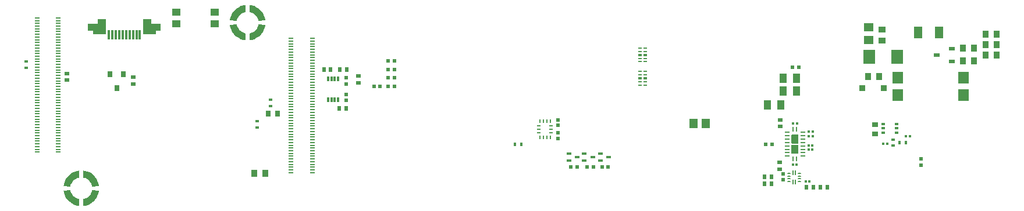
<source format=gbp>
G04*
G04 #@! TF.GenerationSoftware,Altium Limited,Altium Designer,23.1.1 (15)*
G04*
G04 Layer_Color=3093212*
%FSLAX44Y44*%
%MOMM*%
G71*
G04*
G04 #@! TF.SameCoordinates,03DFEA06-7725-4F31-8274-88B02C87C088*
G04*
G04*
G04 #@! TF.FilePolarity,Positive*
G04*
G01*
G75*
%ADD19R,1.2000X1.0000*%
%ADD21R,0.9000X1.0000*%
%ADD27R,0.5200X0.5200*%
%ADD28R,0.7000X0.9000*%
%ADD29R,0.5500X0.4500*%
%ADD30R,0.6500X0.5500*%
%ADD33R,0.3600X0.3200*%
%ADD34R,0.4500X0.5500*%
%ADD35R,0.6200X0.6200*%
G04:AMPARAMS|DCode=40|XSize=0.2mm|YSize=0.565mm|CornerRadius=0.05mm|HoleSize=0mm|Usage=FLASHONLY|Rotation=90.000|XOffset=0mm|YOffset=0mm|HoleType=Round|Shape=RoundedRectangle|*
%AMROUNDEDRECTD40*
21,1,0.2000,0.4650,0,0,90.0*
21,1,0.1000,0.5650,0,0,90.0*
1,1,0.1000,0.2325,0.0500*
1,1,0.1000,0.2325,-0.0500*
1,1,0.1000,-0.2325,-0.0500*
1,1,0.1000,-0.2325,0.0500*
%
%ADD40ROUNDEDRECTD40*%
G04:AMPARAMS|DCode=41|XSize=0.4mm|YSize=0.565mm|CornerRadius=0.05mm|HoleSize=0mm|Usage=FLASHONLY|Rotation=90.000|XOffset=0mm|YOffset=0mm|HoleType=Round|Shape=RoundedRectangle|*
%AMROUNDEDRECTD41*
21,1,0.4000,0.4650,0,0,90.0*
21,1,0.3000,0.5650,0,0,90.0*
1,1,0.1000,0.2325,0.1500*
1,1,0.1000,0.2325,-0.1500*
1,1,0.1000,-0.2325,-0.1500*
1,1,0.1000,-0.2325,0.1500*
%
%ADD41ROUNDEDRECTD41*%
%ADD43R,1.0000X0.9000*%
%ADD44R,1.4500X1.1500*%
%ADD53R,1.0500X1.4000*%
%ADD57R,0.6200X0.6200*%
%ADD58R,1.1500X1.8000*%
%ADD59R,0.9000X0.7000*%
%ADD64R,0.5500X0.6500*%
%ADD206R,0.8000X0.9000*%
%ADD207R,0.7100X0.3000*%
%ADD208R,0.5000X0.4000*%
%ADD209R,0.7000X0.1800*%
G04:AMPARAMS|DCode=210|XSize=0.2mm|YSize=0.7mm|CornerRadius=0.05mm|HoleSize=0mm|Usage=FLASHONLY|Rotation=180.000|XOffset=0mm|YOffset=0mm|HoleType=Round|Shape=RoundedRectangle|*
%AMROUNDEDRECTD210*
21,1,0.2000,0.6000,0,0,180.0*
21,1,0.1000,0.7000,0,0,180.0*
1,1,0.1000,-0.0500,0.3000*
1,1,0.1000,0.0500,0.3000*
1,1,0.1000,0.0500,-0.3000*
1,1,0.1000,-0.0500,-0.3000*
%
%ADD210ROUNDEDRECTD210*%
G04:AMPARAMS|DCode=211|XSize=0.2mm|YSize=0.5mm|CornerRadius=0.05mm|HoleSize=0mm|Usage=FLASHONLY|Rotation=90.000|XOffset=0mm|YOffset=0mm|HoleType=Round|Shape=RoundedRectangle|*
%AMROUNDEDRECTD211*
21,1,0.2000,0.4000,0,0,90.0*
21,1,0.1000,0.5000,0,0,90.0*
1,1,0.1000,0.2000,0.0500*
1,1,0.1000,0.2000,-0.0500*
1,1,0.1000,-0.2000,-0.0500*
1,1,0.1000,-0.2000,0.0500*
%
%ADD211ROUNDEDRECTD211*%
G04:AMPARAMS|DCode=212|XSize=0.25mm|YSize=0.6mm|CornerRadius=0.025mm|HoleSize=0mm|Usage=FLASHONLY|Rotation=270.000|XOffset=0mm|YOffset=0mm|HoleType=Round|Shape=RoundedRectangle|*
%AMROUNDEDRECTD212*
21,1,0.2500,0.5500,0,0,270.0*
21,1,0.2000,0.6000,0,0,270.0*
1,1,0.0500,-0.2750,-0.1000*
1,1,0.0500,-0.2750,0.1000*
1,1,0.0500,0.2750,0.1000*
1,1,0.0500,0.2750,-0.1000*
%
%ADD212ROUNDEDRECTD212*%
G04:AMPARAMS|DCode=213|XSize=0.25mm|YSize=0.6mm|CornerRadius=0.025mm|HoleSize=0mm|Usage=FLASHONLY|Rotation=0.000|XOffset=0mm|YOffset=0mm|HoleType=Round|Shape=RoundedRectangle|*
%AMROUNDEDRECTD213*
21,1,0.2500,0.5500,0,0,0.0*
21,1,0.2000,0.6000,0,0,0.0*
1,1,0.0500,0.1000,-0.2750*
1,1,0.0500,-0.1000,-0.2750*
1,1,0.0500,-0.1000,0.2750*
1,1,0.0500,0.1000,0.2750*
%
%ADD213ROUNDEDRECTD213*%
%ADD215R,0.5500X0.5500*%
%ADD216R,0.6000X0.5500*%
%ADD217R,1.1500X1.4500*%
%ADD218R,0.9000X0.9500*%
%ADD219R,1.5200X1.7800*%
%ADD220R,1.7780X2.1590*%
G04:AMPARAMS|DCode=221|XSize=0.55mm|YSize=0.8mm|CornerRadius=0.0495mm|HoleSize=0mm|Usage=FLASHONLY|Rotation=90.000|XOffset=0mm|YOffset=0mm|HoleType=Round|Shape=RoundedRectangle|*
%AMROUNDEDRECTD221*
21,1,0.5500,0.7010,0,0,90.0*
21,1,0.4510,0.8000,0,0,90.0*
1,1,0.0990,0.3505,0.2255*
1,1,0.0990,0.3505,-0.2255*
1,1,0.0990,-0.3505,-0.2255*
1,1,0.0990,-0.3505,0.2255*
%
%ADD221ROUNDEDRECTD221*%
%ADD222R,0.3000X0.8000*%
%ADD223R,0.4750X0.2500*%
%ADD224R,0.2500X0.4750*%
%ADD225R,0.3050X1.4050*%
%ADD226R,1.0000X1.0000*%
%ADD228R,1.2500X2.3000*%
%ADD229R,2.6500X1.1000*%
%ADD230R,1.9500X1.6000*%
G36*
X221258Y405866D02*
X220065Y405608D01*
X217753Y404823D01*
X215588Y403696D01*
X213619Y402252D01*
X211893Y400526D01*
X210450Y398558D01*
X209322Y396392D01*
X208538Y394081D01*
X208280Y392887D01*
X198230Y393277D01*
X198494Y395421D01*
X199721Y399565D01*
X201615Y403448D01*
X204124Y406966D01*
X207180Y410021D01*
X210697Y412530D01*
X214581Y414424D01*
X218724Y415652D01*
X220868Y415915D01*
X220868D01*
X221258Y405866D01*
D02*
G37*
G36*
X229350Y415652D02*
X233493Y414424D01*
X237376Y412530D01*
X240894Y410021D01*
X243949Y406966D01*
X246458Y403448D01*
X248353Y399565D01*
X249580Y395421D01*
X249843Y393277D01*
X239794Y392887D01*
X239536Y394081D01*
X238751Y396392D01*
X237624Y398558D01*
X236181Y400526D01*
X234454Y402252D01*
X232486Y403696D01*
X230321Y404823D01*
X228009Y405608D01*
X226815Y405866D01*
X226815D01*
X227205Y415915D01*
X229350Y415652D01*
D02*
G37*
G36*
X208280Y392887D02*
X208280Y392887D01*
Y392887D01*
X208280D01*
D02*
G37*
G36*
X208538Y386136D02*
X209322Y383825D01*
X210450Y381660D01*
X211893Y379691D01*
X213619Y377965D01*
X215588Y376521D01*
X217753Y375394D01*
X220065Y374609D01*
X221258Y374352D01*
Y374352D01*
Y374352D01*
D01*
X220868Y364302D01*
X218724Y364566D01*
X214581Y365793D01*
X210697Y367687D01*
X207180Y370196D01*
X204124Y373251D01*
X201615Y376769D01*
X199721Y380653D01*
X198494Y384796D01*
X198230Y386940D01*
X198231Y386940D01*
X208280Y387330D01*
X208538Y386136D01*
D02*
G37*
G36*
X249843Y386940D02*
X249580Y384796D01*
X248353Y380653D01*
X246458Y376769D01*
X243949Y373251D01*
X240894Y370196D01*
X237376Y367687D01*
X233493Y365793D01*
X229350Y364566D01*
X227205Y364302D01*
Y364302D01*
X226815Y374352D01*
X228009Y374609D01*
X230321Y375394D01*
X232486Y376521D01*
X234454Y377965D01*
X236181Y379691D01*
X237624Y381660D01*
X238751Y383825D01*
X239536Y386136D01*
X239794Y387330D01*
X249843Y386940D01*
D02*
G37*
G36*
X1024976Y226421D02*
X1025258Y226140D01*
X1025410Y225772D01*
Y225574D01*
Y214573D01*
Y214375D01*
X1025258Y214007D01*
X1024976Y213726D01*
X1024609Y213573D01*
X1016211D01*
X1015844Y213726D01*
X1015562Y214007D01*
X1015410Y214375D01*
Y214573D01*
Y225574D01*
Y225772D01*
X1015562Y226140D01*
X1015844Y226421D01*
X1016211Y226574D01*
X1024609D01*
X1024976Y226421D01*
D02*
G37*
G36*
Y211421D02*
X1025258Y211140D01*
X1025410Y210772D01*
Y210574D01*
Y199573D01*
Y199375D01*
X1025258Y199007D01*
X1024976Y198726D01*
X1024609Y198573D01*
X1016211D01*
X1015844Y198726D01*
X1015562Y199007D01*
X1015410Y199375D01*
Y199573D01*
Y210574D01*
Y210772D01*
X1015562Y211140D01*
X1015844Y211421D01*
X1016211Y211574D01*
X1024609D01*
X1024976Y211421D01*
D02*
G37*
G36*
X-20742Y163866D02*
X-21936Y163608D01*
X-24247Y162823D01*
X-26412Y161696D01*
X-28381Y160252D01*
X-30107Y158526D01*
X-31551Y156558D01*
X-32678Y154392D01*
X-33462Y152081D01*
X-33720Y150887D01*
X-43769Y151277D01*
X-43506Y153421D01*
X-42279Y157564D01*
X-40385Y161448D01*
X-37876Y164966D01*
X-34820Y168021D01*
X-31303Y170530D01*
X-27419Y172424D01*
X-23276Y173652D01*
X-21132Y173915D01*
X-21132D01*
X-20742Y163866D01*
D02*
G37*
G36*
X-12650Y173652D02*
X-8507Y172424D01*
X-4624Y170530D01*
X-1106Y168021D01*
X1949Y164966D01*
X4458Y161448D01*
X6352Y157564D01*
X7580Y153421D01*
X7843Y151277D01*
X-2206Y150887D01*
X-2464Y152081D01*
X-3249Y154392D01*
X-4376Y156558D01*
X-5819Y158526D01*
X-7546Y160252D01*
X-9514Y161696D01*
X-11679Y162823D01*
X-13991Y163608D01*
X-15185Y163866D01*
X-15185D01*
X-14795Y173915D01*
X-12650Y173652D01*
D02*
G37*
G36*
X-33720Y150887D02*
X-33720Y150887D01*
Y150887D01*
X-33720D01*
D02*
G37*
G36*
X-33462Y144136D02*
X-32678Y141825D01*
X-31551Y139660D01*
X-30107Y137691D01*
X-28381Y135965D01*
X-26412Y134521D01*
X-24247Y133394D01*
X-21936Y132610D01*
X-20742Y132352D01*
Y132352D01*
Y132352D01*
D01*
X-21132Y122302D01*
X-23276Y122566D01*
X-27419Y123793D01*
X-31303Y125687D01*
X-34820Y128196D01*
X-37876Y131251D01*
X-40385Y134769D01*
X-42279Y138653D01*
X-43506Y142796D01*
X-43769Y144940D01*
X-43769Y144940D01*
X-33720Y145330D01*
X-33462Y144136D01*
D02*
G37*
G36*
X7843Y144940D02*
X7580Y142796D01*
X6352Y138653D01*
X4458Y134769D01*
X1949Y131251D01*
X-1106Y128196D01*
X-4624Y125687D01*
X-8507Y123793D01*
X-12650Y122566D01*
X-14795Y122302D01*
Y122302D01*
X-15185Y132352D01*
X-13991Y132610D01*
X-11679Y133394D01*
X-9514Y134521D01*
X-7546Y135965D01*
X-5819Y137691D01*
X-4376Y139660D01*
X-3249Y141825D01*
X-2464Y144136D01*
X-2206Y145330D01*
X7843Y144940D01*
D02*
G37*
D19*
X120336Y405756D02*
D03*
Y388756D02*
D03*
X176336Y405756D02*
D03*
Y388756D02*
D03*
D21*
X1280958Y352500D02*
D03*
X1264958D02*
D03*
X1298000Y358000D02*
D03*
X1314000D02*
D03*
X1314000Y343000D02*
D03*
X1298000D02*
D03*
X1142891Y311750D02*
D03*
X1126891D02*
D03*
X1314000Y373000D02*
D03*
X1298000D02*
D03*
X1280958Y334000D02*
D03*
X1264958D02*
D03*
X234000Y170100D02*
D03*
X250000D02*
D03*
D27*
X1003175Y161073D02*
D03*
Y169073D02*
D03*
X676000Y221000D02*
D03*
Y229000D02*
D03*
Y240000D02*
D03*
Y248000D02*
D03*
D28*
X254000Y257000D02*
D03*
X268000D02*
D03*
D29*
X237744Y236872D02*
D03*
Y245872D02*
D03*
X257118Y277478D02*
D03*
Y268478D02*
D03*
X1163208Y210500D02*
D03*
Y219500D02*
D03*
X-98044Y324176D02*
D03*
Y333176D02*
D03*
D30*
X-39116Y305896D02*
D03*
Y315896D02*
D03*
X999120Y238225D02*
D03*
Y248225D02*
D03*
X997860Y176273D02*
D03*
Y186273D02*
D03*
X57510Y300639D02*
D03*
Y310639D02*
D03*
X385000Y312000D02*
D03*
Y302000D02*
D03*
D33*
X1154800Y213360D02*
D03*
X1149200D02*
D03*
X1182399Y224000D02*
D03*
X1187999D02*
D03*
X1036200Y158114D02*
D03*
X1041800D02*
D03*
X1017610Y182274D02*
D03*
X1023210D02*
D03*
X1046010Y204520D02*
D03*
X1040410D02*
D03*
X1046010Y210520D02*
D03*
X1040410D02*
D03*
X1046210Y224570D02*
D03*
X1040610D02*
D03*
X1017747Y243000D02*
D03*
X1023347D02*
D03*
X1040710Y231000D02*
D03*
X1046310D02*
D03*
D34*
X622278Y212537D02*
D03*
X613278D02*
D03*
X1172790Y215102D02*
D03*
X1181790D02*
D03*
D35*
X987000Y212000D02*
D03*
X978000D02*
D03*
X1026033Y325000D02*
D03*
X1017033D02*
D03*
X428803Y333824D02*
D03*
X437803D02*
D03*
X437803Y297010D02*
D03*
X428803D02*
D03*
X428774Y309398D02*
D03*
X437774D02*
D03*
X428774Y321918D02*
D03*
X437774D02*
D03*
X407803Y297010D02*
D03*
X416803D02*
D03*
D40*
X794650Y299000D02*
D03*
Y304000D02*
D03*
Y314000D02*
D03*
Y319000D02*
D03*
X803000D02*
D03*
Y314000D02*
D03*
Y304000D02*
D03*
Y299000D02*
D03*
Y333000D02*
D03*
Y338000D02*
D03*
Y348000D02*
D03*
Y353000D02*
D03*
X794650D02*
D03*
Y348000D02*
D03*
Y338000D02*
D03*
Y333000D02*
D03*
D41*
Y309000D02*
D03*
X803000D02*
D03*
Y343000D02*
D03*
X794650D02*
D03*
D43*
X1146891Y364000D02*
D03*
Y380000D02*
D03*
D44*
X1127891Y383000D02*
D03*
Y365000D02*
D03*
D53*
X1003533Y290000D02*
D03*
X1022533D02*
D03*
X1003533Y309000D02*
D03*
X1022533D02*
D03*
X980533Y270000D02*
D03*
X999533D02*
D03*
D57*
X1203876Y182190D02*
D03*
Y191190D02*
D03*
X367470Y300398D02*
D03*
Y309398D02*
D03*
X367470Y285398D02*
D03*
Y276398D02*
D03*
D58*
X1199891Y376000D02*
D03*
X1229891D02*
D03*
D59*
X1137158Y227212D02*
D03*
Y241212D02*
D03*
D64*
X976114Y164973D02*
D03*
X986114D02*
D03*
X976114Y154473D02*
D03*
X986114D02*
D03*
X1037290Y149500D02*
D03*
X1047290D02*
D03*
X1057750Y149750D02*
D03*
X1067750D02*
D03*
X358000Y321610D02*
D03*
X368000D02*
D03*
X334900Y321610D02*
D03*
X344900D02*
D03*
X357470Y264898D02*
D03*
X367470D02*
D03*
D206*
X33510Y294639D02*
D03*
X24010Y314639D02*
D03*
X43010D02*
D03*
D207*
X737150Y189000D02*
D03*
X691550D02*
D03*
Y199000D02*
D03*
X703750Y194000D02*
D03*
X714150Y189000D02*
D03*
Y199000D02*
D03*
X726350Y194000D02*
D03*
X737150Y199000D02*
D03*
X749350Y194000D02*
D03*
D208*
X1149248Y242212D02*
D03*
X1149248Y235712D02*
D03*
X1149248Y229212D02*
D03*
X1168248D02*
D03*
Y235712D02*
D03*
Y242212D02*
D03*
D209*
X-51500Y201000D02*
D03*
X-82300D02*
D03*
X-51500Y205000D02*
D03*
X-82300D02*
D03*
X-51500Y209000D02*
D03*
X-82300D02*
D03*
X-51500Y213000D02*
D03*
X-82300D02*
D03*
X-51500Y217000D02*
D03*
X-82300D02*
D03*
X-51500Y221000D02*
D03*
X-82300D02*
D03*
X-51500Y225000D02*
D03*
X-82300D02*
D03*
X-51500Y229000D02*
D03*
X-82300D02*
D03*
X-51500Y233000D02*
D03*
X-82300D02*
D03*
X-51500Y237000D02*
D03*
X-82300D02*
D03*
X-51500Y241000D02*
D03*
X-82300D02*
D03*
X-51500Y245000D02*
D03*
X-82300D02*
D03*
Y249000D02*
D03*
X-51500D02*
D03*
Y253000D02*
D03*
X-82300D02*
D03*
X-51500Y257000D02*
D03*
X-82300D02*
D03*
X-51500Y261000D02*
D03*
X-82300D02*
D03*
X-51500Y265000D02*
D03*
X-82300D02*
D03*
Y269000D02*
D03*
X-51500D02*
D03*
Y273000D02*
D03*
X-82300D02*
D03*
Y277000D02*
D03*
X-51500D02*
D03*
X-82300Y281000D02*
D03*
X-51500D02*
D03*
X-82300Y285000D02*
D03*
X-51500D02*
D03*
X-82300Y289000D02*
D03*
X-51500D02*
D03*
X-82300Y293000D02*
D03*
X-51500D02*
D03*
Y297000D02*
D03*
X-82300D02*
D03*
Y301000D02*
D03*
X-51500D02*
D03*
X-82300Y305000D02*
D03*
X-51500D02*
D03*
X-82300Y309000D02*
D03*
X-51500D02*
D03*
X-82300Y313000D02*
D03*
X-51500D02*
D03*
Y317000D02*
D03*
X-82300D02*
D03*
Y321000D02*
D03*
X-51500D02*
D03*
Y325000D02*
D03*
X-82300D02*
D03*
X-51500Y329000D02*
D03*
X-82300D02*
D03*
X-51500Y333000D02*
D03*
X-82300D02*
D03*
Y337000D02*
D03*
X-51500D02*
D03*
Y341000D02*
D03*
X-82300D02*
D03*
X-51500Y345000D02*
D03*
X-82300D02*
D03*
Y349000D02*
D03*
X-51500D02*
D03*
Y353000D02*
D03*
X-82300D02*
D03*
X-51500Y357000D02*
D03*
X-82300D02*
D03*
Y361000D02*
D03*
X-51500D02*
D03*
Y365000D02*
D03*
X-82300D02*
D03*
X-51500Y369000D02*
D03*
X-82300D02*
D03*
X-51500Y373000D02*
D03*
X-82300D02*
D03*
X-51500Y377000D02*
D03*
X-82300D02*
D03*
X-51500Y381000D02*
D03*
X-82300D02*
D03*
X-51500Y385000D02*
D03*
X-82300D02*
D03*
Y389000D02*
D03*
X-51500D02*
D03*
Y393000D02*
D03*
X-82300D02*
D03*
X-51500Y397000D02*
D03*
X-82300D02*
D03*
X287450Y367000D02*
D03*
X318250D02*
D03*
X287450Y363000D02*
D03*
X318250D02*
D03*
Y359000D02*
D03*
X287450D02*
D03*
Y355000D02*
D03*
X318250D02*
D03*
X287450Y351000D02*
D03*
X318250D02*
D03*
X287450Y347000D02*
D03*
X318250D02*
D03*
X287450Y343000D02*
D03*
X318250D02*
D03*
X287450Y339000D02*
D03*
X318250D02*
D03*
X287450Y335000D02*
D03*
X318250D02*
D03*
Y331000D02*
D03*
X287450D02*
D03*
Y327000D02*
D03*
X318250D02*
D03*
X287450Y323000D02*
D03*
X318250D02*
D03*
Y319000D02*
D03*
X287450D02*
D03*
Y315000D02*
D03*
X318250D02*
D03*
X287450Y311000D02*
D03*
X318250D02*
D03*
Y307000D02*
D03*
X287450D02*
D03*
Y303000D02*
D03*
X318250D02*
D03*
X287450Y299000D02*
D03*
X318250D02*
D03*
X287450Y295000D02*
D03*
X318250D02*
D03*
Y291000D02*
D03*
X287450D02*
D03*
Y287000D02*
D03*
X318250D02*
D03*
Y283000D02*
D03*
X287450D02*
D03*
X318250Y279000D02*
D03*
X287450D02*
D03*
X318250Y275000D02*
D03*
X287450D02*
D03*
X318250Y271000D02*
D03*
X287450D02*
D03*
Y267000D02*
D03*
X318250D02*
D03*
Y263000D02*
D03*
X287450D02*
D03*
X318250Y259000D02*
D03*
X287450D02*
D03*
X318250Y255000D02*
D03*
X287450D02*
D03*
X318250Y251000D02*
D03*
X287450D02*
D03*
X318250Y247000D02*
D03*
X287450D02*
D03*
Y243000D02*
D03*
X318250D02*
D03*
Y239000D02*
D03*
X287450D02*
D03*
Y235000D02*
D03*
X318250D02*
D03*
X287450Y231000D02*
D03*
X318250D02*
D03*
X287450Y227000D02*
D03*
X318250D02*
D03*
X287450Y223000D02*
D03*
X318250D02*
D03*
Y219000D02*
D03*
X287450D02*
D03*
Y215000D02*
D03*
X318250D02*
D03*
X287450Y211000D02*
D03*
X318250D02*
D03*
X287450Y207000D02*
D03*
X318250D02*
D03*
X287450Y203000D02*
D03*
X318250D02*
D03*
X287450Y199000D02*
D03*
X318250D02*
D03*
X287450Y195000D02*
D03*
X318250D02*
D03*
X287450Y191000D02*
D03*
X318250D02*
D03*
X287450Y187000D02*
D03*
X318250D02*
D03*
X287450Y183000D02*
D03*
X318250D02*
D03*
X287450Y179000D02*
D03*
X318250D02*
D03*
X287450Y175000D02*
D03*
X318250D02*
D03*
X287450Y171000D02*
D03*
X318250D02*
D03*
D210*
X1017417Y170573D02*
D03*
X1021417D02*
D03*
Y157573D02*
D03*
X1017417D02*
D03*
D211*
X1026916Y170073D02*
D03*
Y166073D02*
D03*
Y162073D02*
D03*
Y158073D02*
D03*
X1011916D02*
D03*
Y162073D02*
D03*
Y166073D02*
D03*
Y170073D02*
D03*
D212*
X1031910Y200074D02*
D03*
Y195074D02*
D03*
Y220074D02*
D03*
Y215074D02*
D03*
Y210074D02*
D03*
Y205074D02*
D03*
Y230074D02*
D03*
Y225074D02*
D03*
X1008910Y230074D02*
D03*
Y215074D02*
D03*
Y210074D02*
D03*
Y195074D02*
D03*
Y220074D02*
D03*
Y225074D02*
D03*
Y200074D02*
D03*
Y205074D02*
D03*
D213*
X1017910Y191074D02*
D03*
X1022910D02*
D03*
Y234074D02*
D03*
X1017910D02*
D03*
D215*
X694500Y179500D02*
D03*
X703500D02*
D03*
X718250D02*
D03*
X727250D02*
D03*
D216*
X740000D02*
D03*
X748500D02*
D03*
D217*
X873000Y243000D02*
D03*
X891000D02*
D03*
D218*
X1149641Y294750D02*
D03*
X1118141Y294750D02*
D03*
D219*
X1265491Y309700D02*
D03*
Y284300D02*
D03*
X1170291Y309700D02*
D03*
Y284300D02*
D03*
D220*
X1169211Y340000D02*
D03*
X1128571D02*
D03*
D221*
X1248958Y352000D02*
D03*
Y333000D02*
D03*
X1226958Y342500D02*
D03*
D222*
X355970Y277398D02*
D03*
X350970D02*
D03*
X345970D02*
D03*
X340970D02*
D03*
X355970Y308398D02*
D03*
X350970D02*
D03*
X345970D02*
D03*
X340970D02*
D03*
D223*
X665915Y229500D02*
D03*
Y239500D02*
D03*
Y234500D02*
D03*
X647665Y229500D02*
D03*
Y239500D02*
D03*
Y234500D02*
D03*
D224*
X649290Y222875D02*
D03*
X664290D02*
D03*
X659290D02*
D03*
X654290D02*
D03*
X649290Y246125D02*
D03*
X664290D02*
D03*
X659290D02*
D03*
X654290D02*
D03*
D225*
X22340Y372110D02*
D03*
D03*
X27340D02*
D03*
X32340D02*
D03*
X37340D02*
D03*
X42340D02*
D03*
X47340D02*
D03*
X52340D02*
D03*
X57340D02*
D03*
X62340D02*
D03*
X67340D02*
D03*
D226*
X7850Y381920D02*
D03*
X82000Y382000D02*
D03*
D228*
X11590Y384610D02*
D03*
X78090Y384610D02*
D03*
D229*
X4590Y383610D02*
D03*
X85090Y383610D02*
D03*
D230*
X8090Y381110D02*
D03*
X81590Y381110D02*
D03*
M02*

</source>
